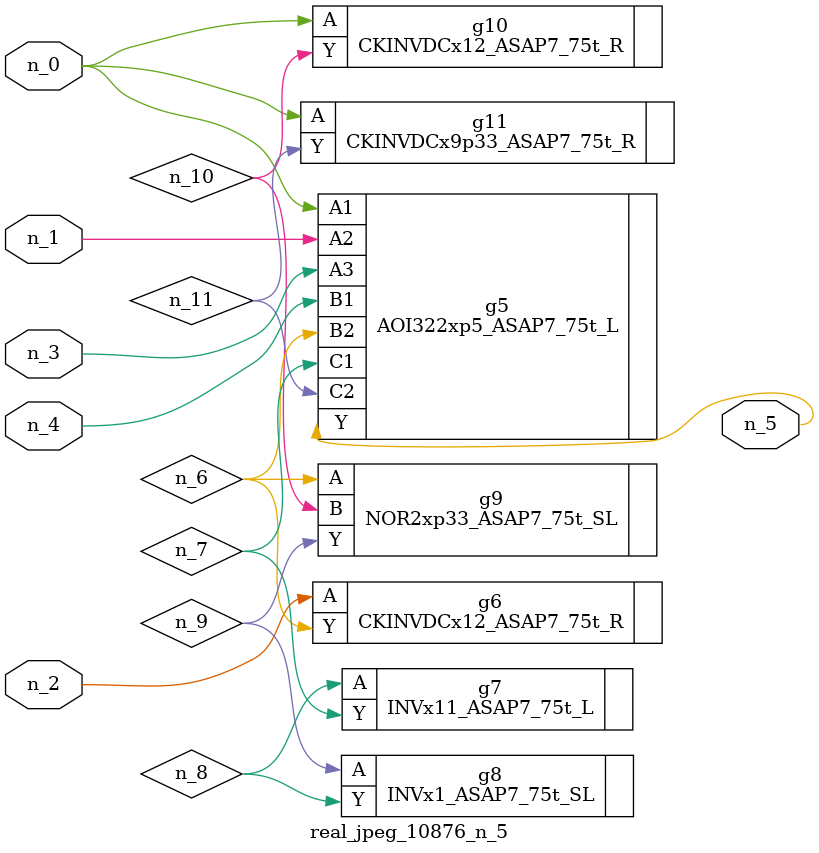
<source format=v>
module real_jpeg_10876_n_5 (n_4, n_0, n_1, n_2, n_3, n_5);

input n_4;
input n_0;
input n_1;
input n_2;
input n_3;

output n_5;

wire n_8;
wire n_11;
wire n_6;
wire n_7;
wire n_10;
wire n_9;

AOI322xp5_ASAP7_75t_L g5 ( 
.A1(n_0),
.A2(n_1),
.A3(n_3),
.B1(n_4),
.B2(n_6),
.C1(n_7),
.C2(n_11),
.Y(n_5)
);

CKINVDCx12_ASAP7_75t_R g10 ( 
.A(n_0),
.Y(n_10)
);

CKINVDCx9p33_ASAP7_75t_R g11 ( 
.A(n_0),
.Y(n_11)
);

CKINVDCx12_ASAP7_75t_R g6 ( 
.A(n_2),
.Y(n_6)
);

NOR2xp33_ASAP7_75t_SL g9 ( 
.A(n_6),
.B(n_10),
.Y(n_9)
);

INVx11_ASAP7_75t_L g7 ( 
.A(n_8),
.Y(n_7)
);

INVx1_ASAP7_75t_SL g8 ( 
.A(n_9),
.Y(n_8)
);


endmodule
</source>
